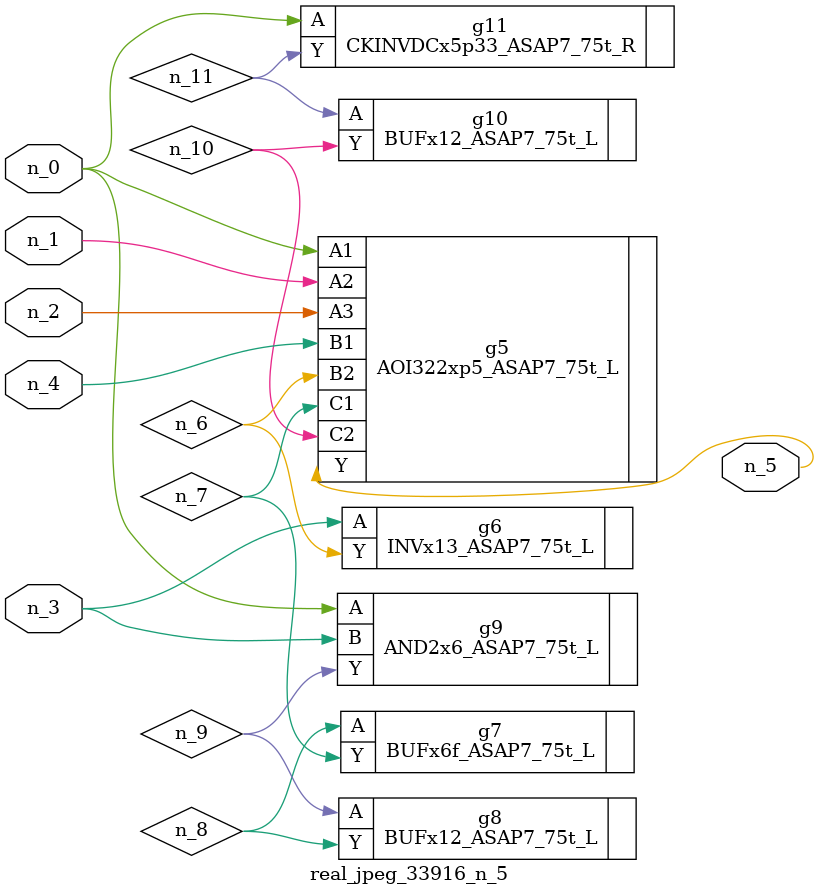
<source format=v>
module real_jpeg_33916_n_5 (n_4, n_0, n_1, n_2, n_3, n_5);

input n_4;
input n_0;
input n_1;
input n_2;
input n_3;

output n_5;

wire n_8;
wire n_11;
wire n_6;
wire n_7;
wire n_10;
wire n_9;

AOI322xp5_ASAP7_75t_L g5 ( 
.A1(n_0),
.A2(n_1),
.A3(n_2),
.B1(n_4),
.B2(n_6),
.C1(n_7),
.C2(n_10),
.Y(n_5)
);

AND2x6_ASAP7_75t_L g9 ( 
.A(n_0),
.B(n_3),
.Y(n_9)
);

CKINVDCx5p33_ASAP7_75t_R g11 ( 
.A(n_0),
.Y(n_11)
);

INVx13_ASAP7_75t_L g6 ( 
.A(n_3),
.Y(n_6)
);

BUFx6f_ASAP7_75t_L g7 ( 
.A(n_8),
.Y(n_7)
);

BUFx12_ASAP7_75t_L g8 ( 
.A(n_9),
.Y(n_8)
);

BUFx12_ASAP7_75t_L g10 ( 
.A(n_11),
.Y(n_10)
);


endmodule
</source>
